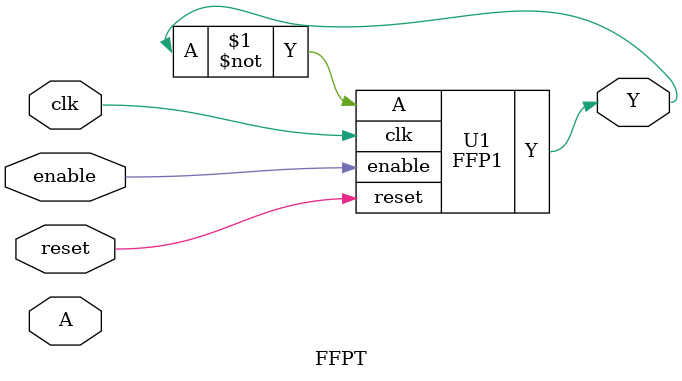
<source format=v>
module FFP1(input wire clk, reset, enable, A, output reg Y);
 always @ (posedge clk or posedge reset) begin
    if (reset)
      Y <= 1'b0;
    else if(enable)
      Y <= A;
  end
endmodule

module FFPT(input wire clk, reset, enable, A, output wire Y);
  FFP1 U1(clk, reset, enable, ~Y, Y);
endmodule

</source>
